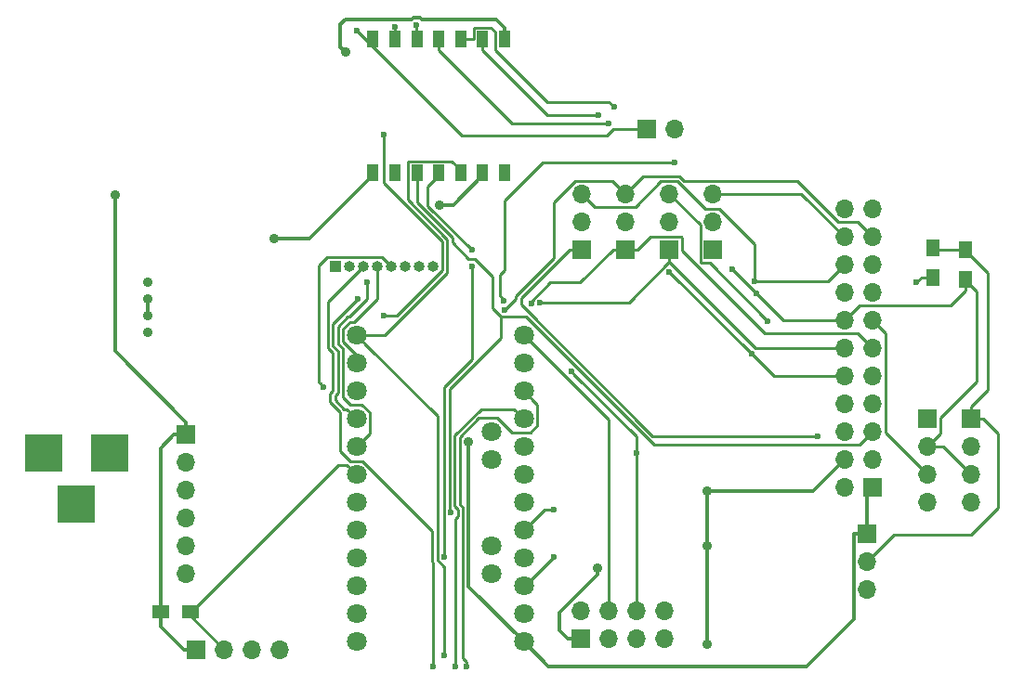
<source format=gtl>
G04 #@! TF.FileFunction,Copper,L1,Top,Signal*
%FSLAX46Y46*%
G04 Gerber Fmt 4.6, Leading zero omitted, Abs format (unit mm)*
G04 Created by KiCad (PCBNEW 4.0.5) date 2017 June 13, Tuesday 16:43:51*
%MOMM*%
%LPD*%
G01*
G04 APERTURE LIST*
%ADD10C,0.100000*%
%ADD11C,1.800000*%
%ADD12R,1.700000X1.700000*%
%ADD13O,1.700000X1.700000*%
%ADD14R,3.500000X3.500000*%
%ADD15R,1.300000X1.500000*%
%ADD16R,1.500000X1.300000*%
%ADD17R,1.000000X1.500000*%
%ADD18R,1.000000X1.000000*%
%ADD19O,1.000000X1.000000*%
%ADD20C,0.914400*%
%ADD21C,0.600000*%
%ADD22C,0.304800*%
%ADD23C,0.250000*%
G04 APERTURE END LIST*
D10*
D11*
X69819000Y-73477000D03*
X69819000Y-76017000D03*
X69819000Y-65603000D03*
X69819000Y-63063000D03*
X72740000Y-82240000D03*
X72740000Y-79700000D03*
X72740000Y-74620000D03*
X72740000Y-77160000D03*
X72740000Y-67000000D03*
X72740000Y-64460000D03*
X72740000Y-69540000D03*
X72740000Y-72080000D03*
X72740000Y-61920000D03*
X72740000Y-59380000D03*
X72740000Y-54300000D03*
X72740000Y-56840000D03*
X57500000Y-56840000D03*
X57500000Y-54300000D03*
X57500000Y-59380000D03*
X57500000Y-61920000D03*
X57500000Y-72080000D03*
X57500000Y-69540000D03*
X57500000Y-64460000D03*
X57500000Y-67000000D03*
X57500000Y-77160000D03*
X57500000Y-74620000D03*
X57500000Y-79700000D03*
X57500000Y-82240000D03*
D12*
X78000000Y-46500000D03*
D13*
X78000000Y-43960000D03*
X78000000Y-41420000D03*
D14*
X35000000Y-65000000D03*
X29000000Y-65000000D03*
X32000000Y-69700000D03*
D12*
X83960000Y-35500000D03*
D13*
X86500000Y-35500000D03*
D12*
X77920000Y-82000000D03*
D13*
X77920000Y-79460000D03*
X80460000Y-82000000D03*
X80460000Y-79460000D03*
X83000000Y-82000000D03*
X83000000Y-79460000D03*
X85540000Y-82000000D03*
X85540000Y-79460000D03*
D12*
X42920000Y-83000000D03*
D13*
X45460000Y-83000000D03*
X48000000Y-83000000D03*
X50540000Y-83000000D03*
D12*
X113500000Y-61880000D03*
D13*
X113500000Y-64420000D03*
X113500000Y-66960000D03*
X113500000Y-69500000D03*
D12*
X109500000Y-61920000D03*
D13*
X109500000Y-64460000D03*
X109500000Y-67000000D03*
X109500000Y-69540000D03*
D12*
X104500000Y-68200000D03*
D13*
X101960000Y-68200000D03*
X104500000Y-65660000D03*
X101960000Y-65660000D03*
X104500000Y-63120000D03*
X101960000Y-63120000D03*
X104500000Y-60580000D03*
X101960000Y-60580000D03*
X104500000Y-58040000D03*
X101960000Y-58040000D03*
X104500000Y-55500000D03*
X101960000Y-55500000D03*
X104500000Y-52960000D03*
X101960000Y-52960000D03*
X104500000Y-50420000D03*
X101960000Y-50420000D03*
X104500000Y-47880000D03*
X101960000Y-47880000D03*
X104500000Y-45340000D03*
X101960000Y-45340000D03*
X104500000Y-42800000D03*
X101960000Y-42800000D03*
D12*
X42000000Y-63380000D03*
D13*
X42000000Y-65920000D03*
X42000000Y-68460000D03*
X42000000Y-71000000D03*
X42000000Y-73540000D03*
X42000000Y-76080000D03*
D15*
X110000000Y-46300000D03*
X110000000Y-49000000D03*
X113000000Y-46500000D03*
X113000000Y-49200000D03*
D16*
X42350000Y-79500000D03*
X39650000Y-79500000D03*
D17*
X71000000Y-39500000D03*
X69001020Y-39500000D03*
X59003580Y-39500000D03*
X59003580Y-27300000D03*
X61002560Y-27300000D03*
X66999500Y-27300000D03*
X65003060Y-27300000D03*
X69001020Y-27300000D03*
X63004080Y-27300000D03*
X66999500Y-39500000D03*
X61002560Y-39500000D03*
X65003060Y-39500000D03*
X63004080Y-39500000D03*
X71000000Y-27300000D03*
D18*
X55610000Y-48000000D03*
D19*
X56880000Y-48000000D03*
X58150000Y-48000000D03*
X59420000Y-48000000D03*
X60690000Y-48000000D03*
X61960000Y-48000000D03*
X63230000Y-48000000D03*
X64500000Y-48000000D03*
D12*
X86000000Y-46500000D03*
D13*
X86000000Y-43960000D03*
X86000000Y-41420000D03*
D12*
X82000000Y-46500000D03*
D13*
X82000000Y-43960000D03*
X82000000Y-41420000D03*
D12*
X90000000Y-46500000D03*
D13*
X90000000Y-43960000D03*
X90000000Y-41420000D03*
D12*
X104000000Y-72420000D03*
D13*
X104000000Y-74960000D03*
X104000000Y-77500000D03*
D20*
X38500000Y-49500000D03*
X38500000Y-51000000D03*
X38500000Y-52500000D03*
X38500000Y-54000000D03*
X65055369Y-42444630D03*
X35500000Y-41500000D03*
X56500000Y-28500000D03*
X79500000Y-75500000D03*
X89500000Y-82500000D03*
X89500000Y-68500000D03*
X89500000Y-73500000D03*
X50000000Y-45500000D03*
X67706675Y-64064586D03*
D21*
X93942811Y-50500000D03*
X91749988Y-48307177D03*
X57500000Y-26500000D03*
X70893653Y-51151598D03*
X86500000Y-38500000D03*
X81000000Y-33500000D03*
X93500000Y-56000000D03*
X86000000Y-48500000D03*
X93750000Y-49366102D03*
X67500000Y-84500000D03*
X63000000Y-26000000D03*
X99500000Y-63500000D03*
X71000000Y-52000000D03*
X66500000Y-84500000D03*
X79592285Y-34205328D03*
X73433936Y-51449962D03*
X58500000Y-49500000D03*
X77065357Y-57585666D03*
X95000000Y-53000000D03*
X83000000Y-65000000D03*
X80500000Y-35000000D03*
X74237044Y-51283264D03*
X57623535Y-50992567D03*
X65500000Y-83500000D03*
X64500000Y-84500000D03*
X75500000Y-74500000D03*
X54500000Y-59000000D03*
X60000000Y-36000000D03*
X60000000Y-52500000D03*
X108500000Y-49500000D03*
X61000000Y-26155610D03*
X66125010Y-70500000D03*
X65500000Y-74500000D03*
X68000000Y-48000000D03*
X68000000Y-46500000D03*
X75500000Y-70165010D03*
D22*
X38500000Y-52500000D02*
X38500000Y-51000000D01*
X69001020Y-39750000D02*
X66306390Y-42444630D01*
X69001020Y-39500000D02*
X69001020Y-39750000D01*
X66306390Y-42444630D02*
X65701947Y-42444630D01*
X65701947Y-42444630D02*
X65055369Y-42444630D01*
X56500000Y-25500000D02*
X62529710Y-25500000D01*
X62529710Y-25500000D02*
X62685311Y-25344399D01*
X56042801Y-28042801D02*
X56042801Y-25957199D01*
X56042801Y-25957199D02*
X56500000Y-25500000D01*
X62685311Y-25344399D02*
X63314689Y-25344399D01*
X63314689Y-25344399D02*
X63470290Y-25500000D01*
X56500000Y-28500000D02*
X56042801Y-28042801D01*
X63470290Y-25500000D02*
X70254800Y-25500000D01*
X70254800Y-25500000D02*
X71000000Y-26245200D01*
X71000000Y-26245200D02*
X71000000Y-27300000D01*
X35500000Y-55725200D02*
X35500000Y-41500000D01*
X42000000Y-63380000D02*
X42000000Y-62225200D01*
X42000000Y-62225200D02*
X35500000Y-55725200D01*
X39650000Y-79500000D02*
X39650000Y-64575200D01*
X39650000Y-64575200D02*
X40845200Y-63380000D01*
X40845200Y-63380000D02*
X42000000Y-63380000D01*
X42920000Y-83000000D02*
X41765200Y-83000000D01*
X41765200Y-83000000D02*
X39650000Y-80884800D01*
X39650000Y-80884800D02*
X39650000Y-80454800D01*
X39650000Y-80454800D02*
X39650000Y-79500000D01*
X76000000Y-81234800D02*
X76000000Y-79595710D01*
X79500000Y-76095710D02*
X79500000Y-75500000D01*
X76000000Y-79595710D02*
X79500000Y-76095710D01*
X77920000Y-82000000D02*
X76765200Y-82000000D01*
X76765200Y-82000000D02*
X76000000Y-81234800D01*
X89500000Y-68500000D02*
X99120000Y-68500000D01*
X99120000Y-68500000D02*
X101960000Y-65660000D01*
X89500000Y-73500000D02*
X89500000Y-82500000D01*
X89500000Y-73500000D02*
X89500000Y-68500000D01*
X59003580Y-39500000D02*
X59003580Y-39750000D01*
X50646578Y-45500000D02*
X50000000Y-45500000D01*
X59003580Y-39750000D02*
X53253580Y-45500000D01*
X53253580Y-45500000D02*
X50646578Y-45500000D01*
X67706675Y-64711164D02*
X67706675Y-64064586D01*
X72740000Y-82240000D02*
X67706675Y-77206675D01*
X67706675Y-77206675D02*
X67706675Y-64711164D01*
X104000000Y-72420000D02*
X104000000Y-68700000D01*
X104000000Y-68700000D02*
X104500000Y-68200000D01*
X98500000Y-84500000D02*
X102794399Y-80205601D01*
X102794399Y-80205601D02*
X102794399Y-72470801D01*
X102794399Y-72470801D02*
X102845200Y-72420000D01*
X102845200Y-72420000D02*
X104000000Y-72420000D01*
X75000000Y-84500000D02*
X98500000Y-84500000D01*
X72740000Y-82240000D02*
X75000000Y-84500000D01*
D23*
X113000000Y-46500000D02*
X110200000Y-46500000D01*
X110200000Y-46500000D02*
X110000000Y-46300000D01*
X115000000Y-59280000D02*
X115000000Y-48600000D01*
X115000000Y-48600000D02*
X113000000Y-46600000D01*
X113000000Y-46600000D02*
X113000000Y-46500000D01*
X113500000Y-61880000D02*
X113500000Y-60780000D01*
X113500000Y-60780000D02*
X115000000Y-59280000D01*
X113500000Y-72500000D02*
X106460000Y-72500000D01*
X106460000Y-72500000D02*
X104000000Y-74960000D01*
X116000000Y-70000000D02*
X113500000Y-72500000D01*
X116000000Y-63280000D02*
X116000000Y-70000000D01*
X113500000Y-61880000D02*
X114600000Y-61880000D01*
X114600000Y-61880000D02*
X116000000Y-63280000D01*
X96402811Y-52960000D02*
X93942811Y-50500000D01*
X93942811Y-50500000D02*
X92049987Y-48607176D01*
X92049987Y-48607176D02*
X91749988Y-48307177D01*
X101960000Y-52960000D02*
X96402811Y-52960000D01*
X80925004Y-35500000D02*
X80300002Y-36125002D01*
X67125002Y-36125002D02*
X57799999Y-26799999D01*
X57799999Y-26799999D02*
X57500000Y-26500000D01*
X83960000Y-35500000D02*
X80925004Y-35500000D01*
X80300002Y-36125002D02*
X67125002Y-36125002D01*
X113000000Y-49200000D02*
X113000000Y-50200000D01*
X113000000Y-50200000D02*
X111604999Y-51595001D01*
X111604999Y-51595001D02*
X103324999Y-51595001D01*
X103324999Y-51595001D02*
X102809999Y-52110001D01*
X102809999Y-52110001D02*
X101960000Y-52960000D01*
X109500000Y-64460000D02*
X111000000Y-64460000D01*
X111000000Y-64460000D02*
X113500000Y-66960000D01*
X114000000Y-58500000D02*
X110675001Y-61824999D01*
X110675001Y-61824999D02*
X110675001Y-63284999D01*
X110675001Y-63284999D02*
X110349999Y-63610001D01*
X110349999Y-63610001D02*
X109500000Y-64460000D01*
X114000000Y-50300000D02*
X114000000Y-58500000D01*
X113000000Y-49200000D02*
X113000000Y-49300000D01*
X113000000Y-49300000D02*
X114000000Y-50300000D01*
X59003580Y-27300000D02*
X58300000Y-27300000D01*
X58300000Y-27300000D02*
X57500000Y-26500000D01*
X71000000Y-48363590D02*
X70549991Y-48813599D01*
X71000000Y-42000000D02*
X71000000Y-48363590D01*
X70863590Y-51000000D02*
X71000000Y-51000000D01*
X86500000Y-38500000D02*
X74500000Y-38500000D01*
X74500000Y-38500000D02*
X71000000Y-42000000D01*
X70549991Y-50686401D02*
X70863590Y-51000000D01*
X71000000Y-51000000D02*
X71000000Y-51045251D01*
X71000000Y-51045251D02*
X70893653Y-51151598D01*
X70549991Y-48813599D02*
X70549991Y-50686401D01*
X90000000Y-41420000D02*
X98040000Y-41420000D01*
X98040000Y-41420000D02*
X101960000Y-45340000D01*
X80460000Y-79460000D02*
X80460000Y-62020000D01*
X80460000Y-62020000D02*
X72740000Y-54300000D01*
X74859238Y-33000000D02*
X80500000Y-33000000D01*
X80500000Y-33000000D02*
X81000000Y-33500000D01*
X70171799Y-28312561D02*
X74859238Y-33000000D01*
X68176019Y-26289999D02*
X68241019Y-26224999D01*
X68241019Y-26224999D02*
X69761021Y-26224999D01*
X68176019Y-27300000D02*
X68176019Y-26289999D01*
X69761021Y-26224999D02*
X70171799Y-26635777D01*
X70171799Y-26635777D02*
X70171799Y-28312561D01*
X66999500Y-27300000D02*
X68176019Y-27300000D01*
X95540000Y-58040000D02*
X93500000Y-56000000D01*
X93500000Y-56000000D02*
X86000000Y-48500000D01*
X101960000Y-58040000D02*
X95540000Y-58040000D01*
X73965001Y-60605001D02*
X73639999Y-60279999D01*
X73354999Y-63145001D02*
X73965001Y-62534999D01*
X73965001Y-62534999D02*
X73965001Y-60605001D01*
X70337999Y-61837999D02*
X71645001Y-63145001D01*
X67500000Y-84500000D02*
X67500000Y-84075736D01*
X71645001Y-63145001D02*
X73354999Y-63145001D01*
X66921274Y-63578726D02*
X68662001Y-61837999D01*
X68662001Y-61837999D02*
X70337999Y-61837999D01*
X66921274Y-69723450D02*
X66921274Y-63578726D01*
X67200022Y-70002198D02*
X66921274Y-69723450D01*
X73639999Y-60279999D02*
X72740000Y-59380000D01*
X67200022Y-83775758D02*
X67200022Y-70002198D01*
X67500000Y-84075736D02*
X67200022Y-83775758D01*
X94174264Y-49366102D02*
X93750000Y-49366102D01*
X100473898Y-49366102D02*
X94174264Y-49366102D01*
X101960000Y-47880000D02*
X100473898Y-49366102D01*
X90564001Y-42784999D02*
X93750000Y-45970998D01*
X93750000Y-48941838D02*
X93750000Y-49366102D01*
X89284999Y-42784999D02*
X90564001Y-42784999D01*
X85255001Y-40244999D02*
X86744999Y-40244999D01*
X79175001Y-42595001D02*
X82904999Y-42595001D01*
X78000000Y-41420000D02*
X79175001Y-42595001D01*
X93750000Y-45970998D02*
X93750000Y-48941838D01*
X82904999Y-42595001D02*
X85255001Y-40244999D01*
X86744999Y-40244999D02*
X89284999Y-42784999D01*
X63000000Y-26000000D02*
X63000000Y-27295920D01*
X63000000Y-27295920D02*
X63004080Y-27300000D01*
X72500000Y-51500000D02*
X84500000Y-63500000D01*
X84500000Y-63500000D02*
X99500000Y-63500000D01*
X72500000Y-50900000D02*
X72500000Y-51500000D01*
X76900000Y-46500000D02*
X72500000Y-50900000D01*
X78000000Y-46500000D02*
X76900000Y-46500000D01*
X66750011Y-70800001D02*
X66750011Y-70188598D01*
X66500000Y-71050012D02*
X66750011Y-70800001D01*
X68843588Y-61020001D02*
X71840001Y-61020001D01*
X66450011Y-63413578D02*
X68843588Y-61020001D01*
X66750011Y-70188598D02*
X66450011Y-69888598D01*
X71840001Y-61020001D02*
X72740000Y-61920000D01*
X66450011Y-69888598D02*
X66450011Y-63413578D01*
X66500000Y-84500000D02*
X66500000Y-71050012D01*
X72049989Y-50950011D02*
X71299999Y-51700001D01*
X72049989Y-50713600D02*
X72049989Y-50950011D01*
X75500000Y-47263590D02*
X72049989Y-50713600D01*
X75500000Y-42180998D02*
X75500000Y-47263590D01*
X80824999Y-40244999D02*
X77435999Y-40244999D01*
X82000000Y-41420000D02*
X80824999Y-40244999D01*
X77435999Y-40244999D02*
X75500000Y-42180998D01*
X71299999Y-51700001D02*
X71000000Y-52000000D01*
X82849999Y-40570001D02*
X82000000Y-41420000D01*
X83625012Y-39794988D02*
X82849999Y-40570001D01*
X101395999Y-43975001D02*
X97665997Y-40244999D01*
X86931399Y-39794988D02*
X83625012Y-39794988D01*
X87381409Y-40244999D02*
X86931399Y-39794988D01*
X97665997Y-40244999D02*
X87381409Y-40244999D01*
X103135001Y-43975001D02*
X101395999Y-43975001D01*
X104500000Y-45340000D02*
X103135001Y-43975001D01*
X69001020Y-28300000D02*
X74906348Y-34205328D01*
X74906348Y-34205328D02*
X79168021Y-34205328D01*
X79168021Y-34205328D02*
X79592285Y-34205328D01*
X69001020Y-27300000D02*
X69001020Y-28300000D01*
X73433936Y-51202474D02*
X73433936Y-51449962D01*
X75136410Y-49500000D02*
X73433936Y-51202474D01*
X77900000Y-49500000D02*
X75136410Y-49500000D01*
X80900000Y-46500000D02*
X77900000Y-49500000D01*
X82000000Y-46500000D02*
X80900000Y-46500000D01*
X103650001Y-54650001D02*
X104500000Y-55500000D01*
X103135001Y-54135001D02*
X103650001Y-54650001D01*
X87175001Y-45389999D02*
X87175001Y-46600005D01*
X87110001Y-45324999D02*
X87175001Y-45389999D01*
X84275001Y-45324999D02*
X87110001Y-45324999D01*
X83100000Y-46500000D02*
X84275001Y-45324999D01*
X82000000Y-46500000D02*
X83100000Y-46500000D01*
X94709997Y-54135001D02*
X103135001Y-54135001D01*
X87175001Y-46600005D02*
X94709997Y-54135001D01*
X56875012Y-52624988D02*
X56725599Y-52624988D01*
X56725599Y-52624988D02*
X55824988Y-53525599D01*
X55824988Y-53525599D02*
X55824988Y-55074401D01*
X55824988Y-55074401D02*
X56274999Y-55524412D01*
X56911999Y-60605001D02*
X57998003Y-60605001D01*
X56274999Y-55524412D02*
X56274999Y-59968001D01*
X56274999Y-59968001D02*
X56911999Y-60605001D01*
X57998003Y-60605001D02*
X58725001Y-61331999D01*
X58725001Y-61331999D02*
X58725001Y-63234999D01*
X58725001Y-63234999D02*
X58399999Y-63560001D01*
X58399999Y-63560001D02*
X57500000Y-64460000D01*
X58500000Y-51000000D02*
X56875012Y-52624988D01*
X58500000Y-49500000D02*
X58500000Y-51000000D01*
X77365356Y-57885665D02*
X77065357Y-57585666D01*
X83000000Y-63520309D02*
X77365356Y-57885665D01*
X83000000Y-65000000D02*
X83000000Y-63520309D01*
X86000000Y-41420000D02*
X88824999Y-44244999D01*
X88824999Y-47610001D02*
X88889999Y-47675001D01*
X88889999Y-47675001D02*
X89675001Y-47675001D01*
X88824999Y-44244999D02*
X88824999Y-47610001D01*
X89675001Y-47675001D02*
X95000000Y-53000000D01*
X83000000Y-79460000D02*
X83000000Y-65000000D01*
X65003060Y-28300000D02*
X71703060Y-35000000D01*
X65003060Y-27300000D02*
X65003060Y-28300000D01*
X71703060Y-35000000D02*
X80500000Y-35000000D01*
X74661308Y-51283264D02*
X74237044Y-51283264D01*
X82316736Y-51283264D02*
X74661308Y-51283264D01*
X86000000Y-47600000D02*
X82316736Y-51283264D01*
X86000000Y-46500000D02*
X86000000Y-47600000D01*
X86000000Y-47600000D02*
X93900000Y-55500000D01*
X93900000Y-55500000D02*
X100757919Y-55500000D01*
X100757919Y-55500000D02*
X101960000Y-55500000D01*
X55374977Y-55260801D02*
X55374977Y-53241125D01*
X57500000Y-61920000D02*
X56600001Y-61020001D01*
X55824988Y-55710813D02*
X55374977Y-55260801D01*
X56600001Y-61020001D02*
X56383591Y-61020001D01*
X57323536Y-51292566D02*
X57623535Y-50992567D01*
X56383591Y-61020001D02*
X55549991Y-60186401D01*
X55549991Y-59813599D02*
X55824988Y-59538602D01*
X55824988Y-59538602D02*
X55824988Y-55710813D01*
X55374977Y-53241125D02*
X57323536Y-51292566D01*
X55549991Y-60186401D02*
X55549991Y-59813599D01*
X58399999Y-55199999D02*
X57500000Y-54300000D01*
X64874998Y-74800002D02*
X64874998Y-61674998D01*
X65500000Y-75425004D02*
X64874998Y-74800002D01*
X65500000Y-83500000D02*
X65500000Y-75425004D01*
X64874998Y-61674998D02*
X58399999Y-55199999D01*
X65775012Y-45547834D02*
X62179079Y-41951901D01*
X62179079Y-38489999D02*
X62244079Y-38424999D01*
X62244079Y-38424999D02*
X66174499Y-38424999D01*
X66174499Y-38424999D02*
X66999500Y-39250000D01*
X66999500Y-39250000D02*
X66999500Y-39500000D01*
X60057413Y-54300000D02*
X65775012Y-48582401D01*
X57500000Y-54300000D02*
X60057413Y-54300000D01*
X62179079Y-41951901D02*
X62179079Y-38489999D01*
X65775012Y-48582401D02*
X65775012Y-45547834D01*
X45460000Y-83000000D02*
X42350000Y-79890000D01*
X42350000Y-79890000D02*
X42350000Y-79500000D01*
X57500000Y-67000000D02*
X56600001Y-66100001D01*
X56600001Y-66100001D02*
X55849999Y-66100001D01*
X55849999Y-66100001D02*
X42450000Y-79500000D01*
X42450000Y-79500000D02*
X42350000Y-79500000D01*
X64500000Y-75061415D02*
X64500000Y-84075736D01*
X55099980Y-59627199D02*
X55099980Y-60372801D01*
X64424987Y-72111985D02*
X64424987Y-74986402D01*
X58088001Y-65774999D02*
X64424987Y-72111985D01*
X56000000Y-64863590D02*
X56911409Y-65774999D01*
X56000000Y-61272821D02*
X56000000Y-64863590D01*
X55099980Y-60372801D02*
X56000000Y-61272821D01*
X55374977Y-59352203D02*
X55099980Y-59627199D01*
X54924967Y-55447202D02*
X55374977Y-55897213D01*
X55374977Y-55897213D02*
X55374977Y-59352203D01*
X54924967Y-51225033D02*
X54924967Y-55447202D01*
X64500000Y-84075736D02*
X64500000Y-84500000D01*
X56911409Y-65774999D02*
X58088001Y-65774999D01*
X64424987Y-74986402D02*
X64500000Y-75061415D01*
X58150000Y-48000000D02*
X54924967Y-51225033D01*
X75500000Y-74500000D02*
X72840000Y-77160000D01*
X72840000Y-77160000D02*
X72740000Y-77160000D01*
X56274999Y-54888001D02*
X57500000Y-56113002D01*
X57500000Y-56113002D02*
X57500000Y-56840000D01*
X59420000Y-48000000D02*
X59420000Y-50980022D01*
X57325023Y-53074999D02*
X56911999Y-53074999D01*
X56911999Y-53074999D02*
X56274999Y-53711999D01*
X56274999Y-53711999D02*
X56274999Y-54888001D01*
X59420000Y-50980022D02*
X57325023Y-53074999D01*
X60690000Y-48000000D02*
X59861799Y-47171799D01*
X54099980Y-47919258D02*
X54099980Y-58599980D01*
X54847439Y-47171799D02*
X54099980Y-47919258D01*
X59861799Y-47171799D02*
X54847439Y-47171799D01*
X54200001Y-58700001D02*
X54500000Y-59000000D01*
X54099980Y-58599980D02*
X54200001Y-58700001D01*
X60000000Y-52500000D02*
X61221002Y-52500000D01*
X61221002Y-52500000D02*
X65325001Y-48396001D01*
X65325001Y-48396001D02*
X65325001Y-45734234D01*
X65325001Y-45734234D02*
X60000000Y-40409233D01*
X60000000Y-40409233D02*
X60000000Y-36424264D01*
X60000000Y-36424264D02*
X60000000Y-36000000D01*
X110000000Y-49000000D02*
X109000000Y-49000000D01*
X109000000Y-49000000D02*
X108500000Y-49500000D01*
X104500000Y-52960000D02*
X105675001Y-54135001D01*
X105675001Y-54135001D02*
X105675001Y-63175001D01*
X105675001Y-63175001D02*
X108650001Y-66150001D01*
X108650001Y-66150001D02*
X109500000Y-67000000D01*
X61002560Y-26158170D02*
X61000000Y-26155610D01*
X61002560Y-27300000D02*
X61002560Y-26158170D01*
X70699998Y-52625002D02*
X70699998Y-54527000D01*
X66000000Y-70374990D02*
X66125010Y-70500000D01*
X70699998Y-54527000D02*
X66000000Y-59226998D01*
X66000000Y-59226998D02*
X66000000Y-70374990D01*
X69874998Y-51800002D02*
X70699998Y-52625002D01*
X67738589Y-47374999D02*
X68300001Y-47374999D01*
X66225023Y-45361434D02*
X66225023Y-45861433D01*
X68300001Y-47374999D02*
X69874998Y-48949996D01*
X63004080Y-42140491D02*
X66225023Y-45361434D01*
X66225023Y-45861433D02*
X67738589Y-47374999D01*
X63004080Y-39500000D02*
X63004080Y-42140491D01*
X69874998Y-48949996D02*
X69874998Y-51800002D01*
X103650001Y-63969999D02*
X104500000Y-63120000D01*
X103324999Y-64295001D02*
X103650001Y-63969999D01*
X84658591Y-64295001D02*
X103324999Y-64295001D01*
X72988592Y-52625002D02*
X84658591Y-64295001D01*
X70699998Y-52625002D02*
X72988592Y-52625002D01*
X65500000Y-59000000D02*
X65500000Y-74500000D01*
X68000000Y-56500000D02*
X65500000Y-59000000D01*
X68000000Y-48000000D02*
X68000000Y-56500000D01*
X64000000Y-42500000D02*
X68000000Y-46500000D01*
X64000000Y-40753060D02*
X64000000Y-42500000D01*
X65003060Y-39500000D02*
X65003060Y-39750000D01*
X65003060Y-39750000D02*
X64000000Y-40753060D01*
X74654990Y-70165010D02*
X75075736Y-70165010D01*
X75075736Y-70165010D02*
X75500000Y-70165010D01*
X72740000Y-72080000D02*
X74654990Y-70165010D01*
M02*

</source>
